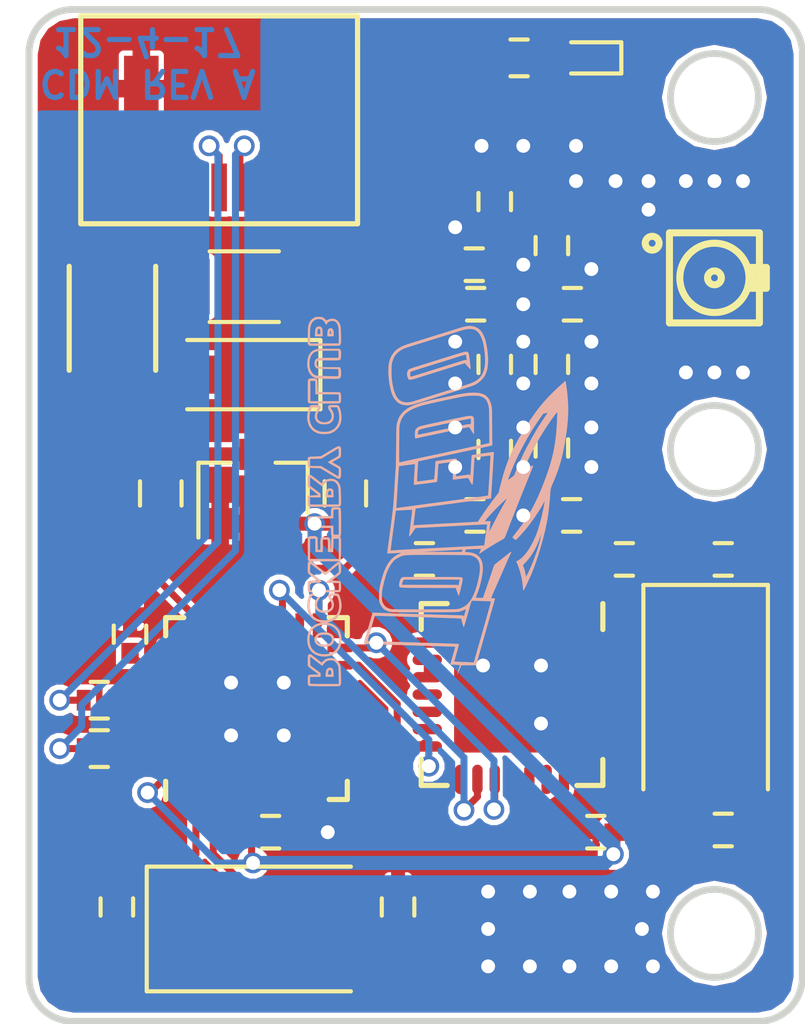
<source format=kicad_pcb>
(kicad_pcb (version 4) (host pcbnew 4.0.5+dfsg1-4)
  (layers (0 F.Cu signal) (31 B.Cu signal) (34 B.Paste user) (35 F.Paste user) (36 B.SilkS user) (37 F.SilkS user) (38 B.Mask user) (39 F.Mask user) (44 Edge.Cuts user))
  (net 0 "")
  (net 1 GND)
  (net 2 "Net-(C7-Pad2)")
  (net 3 MOSI)
  (net 4 MISO)
  (net 5 "Net-(U1-Pad5)")
  (net 6 "Net-(U1-Pad8)")
  (net 7 "Net-(U1-Pad10)")
  (net 8 "Net-(U1-Pad11)")
  (net 9 "Net-(U1-Pad12)")
  (net 10 "Net-(U1-Pad20)")
  (net 11 "Net-(U1-Pad21)")
  (net 12 "Net-(AE1-Pad1)")
  (net 13 "Net-(C2-Pad1)")
  (net 14 ANTP)
  (net 15 "Net-(C9-Pad2)")
  (net 16 ANTN)
  (net 17 +3V3)
  (net 18 "Net-(D2-Pad2)")
  (net 19 "Net-(D4-Pad2)")
  (net 20 +5V)
  (net 21 CS_SD)
  (net 22 SCK)
  (net 23 PWM_S1)
  (net 24 PWM_S2)
  (net 25 PWM_S3)
  (net 26 PWM_S4)
  (net 27 PWM_S5)
  (net 28 E-CONTACT)
  (net 29 "Net-(P9-Pad2)")
  (net 30 E_MATCH)
  (net 31 "Net-(R3-Pad1)")
  (net 32 "Net-(R4-Pad1)")
  (net 33 "Net-(R5-Pad2)")
  (net 34 "Net-(SW1-Pad1)")
  (net 35 RX_AVR)
  (net 36 TX_AVR)
  (net 37 "Net-(U1-Pad13)")
  (net 38 CS_AX5043)
  (net 39 INT_AX5043)
  (net 40 INT_MPU9250)
  (net 41 CS_MPU9250)
  (net 42 "Net-(C1-Pad1)")
  (net 43 "Net-(C5-Pad1)")
  (net 44 "Net-(C6-Pad2)")
  (net 45 "Net-(C11-Pad2)")
  (net 46 "Net-(C12-Pad2)")
  (net 47 "Net-(C18-Pad1)")
  (net 48 "Net-(C19-Pad1)")
  (net 49 "Net-(C20-Pad2)")
  (net 50 "Net-(P9-Pad3)")
  (net 51 "Net-(P9-Pad4)")
  (net 52 "Net-(U5-Pad5)")
  (net 53 "Net-(U5-Pad26)")
  (net 54 8V_FUSE)
  (module "MOD:GND VIA" (layer F.Cu) (at 101.854 106.299 90)
    (fp_text reference "" (at 0 0 90) (layer F.SilkS))
    (fp_text value "" (at 0 0 90) (layer F.SilkS))
    (pad 1 thru_hole circle (at 0 1.27 90) (size 0.6 0.6) (drill 0.4) (layers *.Cu) (net 1 GND))
  )
  (module "MOD:GND VIA" (layer F.Cu) (at 100.584 101.981 90)
    (fp_text reference "" (at 0 0 90) (layer F.SilkS))
    (fp_text value "" (at 0 0 90) (layer F.SilkS))
    (pad 1 thru_hole circle (at 0 1.27 90) (size 0.6 0.6) (drill 0.4) (layers *.Cu) (net 1 GND))
  )
  (module "MOD:GND VIA" (layer F.Cu) (at 99.06 101.981 90)
    (fp_text reference "" (at 0 0 90) (layer F.SilkS))
    (fp_text value "" (at 0 0 90) (layer F.SilkS))
    (pad 1 thru_hole circle (at 0 1.27 90) (size 0.6 0.6) (drill 0.4) (layers *.Cu) (net 1 GND))
  )
  (module "MOD:GND VIA" (layer F.Cu) (at 99.06 103.505 90)
    (fp_text reference "" (at 0 0 90) (layer F.SilkS))
    (fp_text value "" (at 0 0 90) (layer F.SilkS))
    (pad 1 thru_hole circle (at 0 1.27 90) (size 0.6 0.6) (drill 0.4) (layers *.Cu) (net 1 GND))
  )
  (module "MOD:GND VIA" (layer F.Cu) (at 100.584 103.505 90)
    (fp_text reference "" (at 0 0 90) (layer F.SilkS))
    (fp_text value "" (at 0 0 90) (layer F.SilkS))
    (pad 1 thru_hole circle (at 0 1.27 90) (size 0.6 0.6) (drill 0.4) (layers *.Cu) (net 1 GND))
  )
  (module "MOD:GND VIA" (layer F.Cu) (at 110.9345 109.093 90)
    (fp_text reference "" (at 0 0 90) (layer F.SilkS))
    (fp_text value "" (at 0 0 90) (layer F.SilkS))
    (pad 1 thru_hole circle (at 0 1.27 90) (size 0.6 0.6) (drill 0.4) (layers *.Cu) (net 1 GND))
  )
  (module "MOD:GND VIA" (layer F.Cu) (at 111.252 110.1725 90)
    (fp_text reference "" (at 0 0 90) (layer F.SilkS))
    (fp_text value "" (at 0 0 90) (layer F.SilkS))
    (pad 1 thru_hole circle (at 0 1.27 90) (size 0.6 0.6) (drill 0.4) (layers *.Cu) (net 1 GND))
  )
  (module "MOD:GND VIA" (layer F.Cu) (at 110.0455 110.1725 90)
    (fp_text reference "" (at 0 0 90) (layer F.SilkS))
    (fp_text value "" (at 0 0 90) (layer F.SilkS))
    (pad 1 thru_hole circle (at 0 1.27 90) (size 0.6 0.6) (drill 0.4) (layers *.Cu) (net 1 GND))
  )
  (module "MOD:GND VIA" (layer F.Cu) (at 108.839 110.1725 90)
    (fp_text reference "" (at 0 0 90) (layer F.SilkS))
    (fp_text value "" (at 0 0 90) (layer F.SilkS))
    (pad 1 thru_hole circle (at 0 1.27 90) (size 0.6 0.6) (drill 0.4) (layers *.Cu) (net 1 GND))
  )
  (module "MOD:GND VIA" (layer F.Cu) (at 107.696 110.1725 90)
    (fp_text reference "" (at 0 0 90) (layer F.SilkS))
    (fp_text value "" (at 0 0 90) (layer F.SilkS))
    (pad 1 thru_hole circle (at 0 1.27 90) (size 0.6 0.6) (drill 0.4) (layers *.Cu) (net 1 GND))
  )
  (module "MOD:GND VIA" (layer F.Cu) (at 106.4895 110.1725 90)
    (fp_text reference "" (at 0 0 90) (layer F.SilkS))
    (fp_text value "" (at 0 0 90) (layer F.SilkS))
    (pad 1 thru_hole circle (at 0 1.27 90) (size 0.6 0.6) (drill 0.4) (layers *.Cu) (net 1 GND))
  )
  (module "MOD:GND VIA" (layer F.Cu) (at 106.4895 109.093 90)
    (fp_text reference "" (at 0 0 90) (layer F.SilkS))
    (fp_text value "" (at 0 0 90) (layer F.SilkS))
    (pad 1 thru_hole circle (at 0 1.27 90) (size 0.6 0.6) (drill 0.4) (layers *.Cu) (net 1 GND))
  )
  (module "MOD:GND VIA" (layer F.Cu) (at 106.4895 108.0135 90)
    (fp_text reference "" (at 0 0 90) (layer F.SilkS))
    (fp_text value "" (at 0 0 90) (layer F.SilkS))
    (pad 1 thru_hole circle (at 0 1.27 90) (size 0.6 0.6) (drill 0.4) (layers *.Cu) (net 1 GND))
  )
  (module "MOD:GND VIA" (layer F.Cu) (at 107.696 108.0135 90)
    (fp_text reference "" (at 0 0 90) (layer F.SilkS))
    (fp_text value "" (at 0 0 90) (layer F.SilkS))
    (pad 1 thru_hole circle (at 0 1.27 90) (size 0.6 0.6) (drill 0.4) (layers *.Cu) (net 1 GND))
  )
  (module "MOD:GND VIA" (layer F.Cu) (at 108.839 108.0135 90)
    (fp_text reference "" (at 0 0 90) (layer F.SilkS))
    (fp_text value "" (at 0 0 90) (layer F.SilkS))
    (pad 1 thru_hole circle (at 0 1.27 90) (size 0.6 0.6) (drill 0.4) (layers *.Cu) (net 1 GND))
  )
  (module "MOD:GND VIA" (layer F.Cu) (at 110.0455 108.0135 90)
    (fp_text reference "" (at 0 0 90) (layer F.SilkS))
    (fp_text value "" (at 0 0 90) (layer F.SilkS))
    (pad 1 thru_hole circle (at 0 1.27 90) (size 0.6 0.6) (drill 0.4) (layers *.Cu) (net 1 GND))
  )
  (module "MOD:GND VIA" (layer F.Cu) (at 111.252 108.0135 90)
    (fp_text reference "" (at 0 0 90) (layer F.SilkS))
    (fp_text value "" (at 0 0 90) (layer F.SilkS))
    (pad 1 thru_hole circle (at 0 1.27 90) (size 0.6 0.6) (drill 0.4) (layers *.Cu) (net 1 GND))
  )
  (module "MOD:GND VIA" (layer F.Cu) (at 106.299 86.487 90)
    (fp_text reference "" (at 0 0 90) (layer F.SilkS))
    (fp_text value "" (at 0 0 90) (layer F.SilkS))
    (pad 1 thru_hole circle (at 0 1.27 90) (size 0.6 0.6) (drill 0.4) (layers *.Cu) (net 1 GND))
  )
  (module "MOD:GND VIA" (layer F.Cu) (at 105.537 88.8365 90)
    (fp_text reference "" (at 0 0 90) (layer F.SilkS))
    (fp_text value "" (at 0 0 90) (layer F.SilkS))
    (pad 1 thru_hole circle (at 0 1.27 90) (size 0.6 0.6) (drill 0.4) (layers *.Cu) (net 1 GND))
  )
  (module "MOD:GND VIA" (layer F.Cu) (at 105.537 92.1385 90)
    (fp_text reference "" (at 0 0 90) (layer F.SilkS))
    (fp_text value "" (at 0 0 90) (layer F.SilkS))
    (pad 1 thru_hole circle (at 0 1.27 90) (size 0.6 0.6) (drill 0.4) (layers *.Cu) (net 1 GND))
  )
  (module "MOD:GND VIA" (layer F.Cu) (at 105.537 93.345 90)
    (fp_text reference "" (at 0 0 90) (layer F.SilkS))
    (fp_text value "" (at 0 0 90) (layer F.SilkS))
    (pad 1 thru_hole circle (at 0 1.27 90) (size 0.6 0.6) (drill 0.4) (layers *.Cu) (net 1 GND))
  )
  (module "MOD:GND VIA" (layer F.Cu) (at 105.537 94.615 90)
    (fp_text reference "" (at 0 0 90) (layer F.SilkS))
    (fp_text value "" (at 0 0 90) (layer F.SilkS))
    (pad 1 thru_hole circle (at 0 1.27 90) (size 0.6 0.6) (drill 0.4) (layers *.Cu) (net 1 GND))
  )
  (module "MOD:GND VIA" (layer F.Cu) (at 105.537 95.758 90)
    (fp_text reference "" (at 0 0 90) (layer F.SilkS))
    (fp_text value "" (at 0 0 90) (layer F.SilkS))
    (pad 1 thru_hole circle (at 0 1.27 90) (size 0.6 0.6) (drill 0.4) (layers *.Cu) (net 1 GND))
  )
  (module "MOD:GND VIA" (layer F.Cu) (at 109.474 95.758 90)
    (fp_text reference "" (at 0 0 90) (layer F.SilkS))
    (fp_text value "" (at 0 0 90) (layer F.SilkS))
    (pad 1 thru_hole circle (at 0 1.27 90) (size 0.6 0.6) (drill 0.4) (layers *.Cu) (net 1 GND))
  )
  (module "MOD:GND VIA" (layer F.Cu) (at 109.474 94.615 90)
    (fp_text reference "" (at 0 0 90) (layer F.SilkS))
    (fp_text value "" (at 0 0 90) (layer F.SilkS))
    (pad 1 thru_hole circle (at 0 1.27 90) (size 0.6 0.6) (drill 0.4) (layers *.Cu) (net 1 GND))
  )
  (module "MOD:GND VIA" (layer F.Cu) (at 109.474 93.345 90)
    (fp_text reference "" (at 0 0 90) (layer F.SilkS))
    (fp_text value "" (at 0 0 90) (layer F.SilkS))
    (pad 1 thru_hole circle (at 0 1.27 90) (size 0.6 0.6) (drill 0.4) (layers *.Cu) (net 1 GND))
  )
  (module "MOD:GND VIA" (layer F.Cu) (at 109.474 92.1385 90)
    (fp_text reference "" (at 0 0 90) (layer F.SilkS))
    (fp_text value "" (at 0 0 90) (layer F.SilkS))
    (pad 1 thru_hole circle (at 0 1.27 90) (size 0.6 0.6) (drill 0.4) (layers *.Cu) (net 1 GND))
  )
  (module "MOD:GND VIA" (layer F.Cu) (at 109.474 90.043 90)
    (fp_text reference "" (at 0 0 90) (layer F.SilkS))
    (fp_text value "" (at 0 0 90) (layer F.SilkS))
    (pad 1 thru_hole circle (at 0 1.27 90) (size 0.6 0.6) (drill 0.4) (layers *.Cu) (net 1 GND))
  )
  (module "MOD:GND VIA" (layer F.Cu) (at 112.2045 93.0275 90)
    (fp_text reference "" (at 0 0 90) (layer F.SilkS))
    (fp_text value "" (at 0 0 90) (layer F.SilkS))
    (pad 1 thru_hole circle (at 0 1.27 90) (size 0.6 0.6) (drill 0.4) (layers *.Cu) (net 1 GND))
  )
  (module "MOD:GND VIA" (layer F.Cu) (at 113.8555 93.0275 90)
    (fp_text reference "" (at 0 0 90) (layer F.SilkS))
    (fp_text value "" (at 0 0 90) (layer F.SilkS))
    (pad 1 thru_hole circle (at 0 1.27 90) (size 0.6 0.6) (drill 0.4) (layers *.Cu) (net 1 GND))
  )
  (module "MOD:GND VIA" (layer F.Cu) (at 113.03 93.0275 90)
    (fp_text reference "" (at 0 0 90) (layer F.SilkS))
    (fp_text value "" (at 0 0 90) (layer F.SilkS))
    (pad 1 thru_hole circle (at 0 1.27 90) (size 0.6 0.6) (drill 0.4) (layers *.Cu) (net 1 GND))
  )
  (module "MOD:GND VIA" (layer F.Cu) (at 113.8555 87.503 90)
    (fp_text reference "" (at 0 0 90) (layer F.SilkS))
    (fp_text value "" (at 0 0 90) (layer F.SilkS))
    (pad 1 thru_hole circle (at 0 1.27 90) (size 0.6 0.6) (drill 0.4) (layers *.Cu) (net 1 GND))
  )
  (module "MOD:GND VIA" (layer F.Cu) (at 113.03 87.503 90)
    (fp_text reference "" (at 0 0 90) (layer F.SilkS))
    (fp_text value "" (at 0 0 90) (layer F.SilkS))
    (pad 1 thru_hole circle (at 0 1.27 90) (size 0.6 0.6) (drill 0.4) (layers *.Cu) (net 1 GND))
  )
  (module "MOD:GND VIA" (layer F.Cu) (at 112.2045 87.503 90)
    (fp_text reference "" (at 0 0 90) (layer F.SilkS))
    (fp_text value "" (at 0 0 90) (layer F.SilkS))
    (pad 1 thru_hole circle (at 0 1.27 90) (size 0.6 0.6) (drill 0.4) (layers *.Cu) (net 1 GND))
  )
  (module "MOD:GND VIA" (layer F.Cu) (at 111.125 87.503 90)
    (fp_text reference "" (at 0 0 90) (layer F.SilkS))
    (fp_text value "" (at 0 0 90) (layer F.SilkS))
    (pad 1 thru_hole circle (at 0 1.27 90) (size 0.6 0.6) (drill 0.4) (layers *.Cu) (net 1 GND))
  )
  (module "MOD:GND VIA" (layer F.Cu) (at 111.125 88.3285 90)
    (fp_text reference "" (at 0 0 90) (layer F.SilkS))
    (fp_text value "" (at 0 0 90) (layer F.SilkS))
    (pad 1 thru_hole circle (at 0 1.27 90) (size 0.6 0.6) (drill 0.4) (layers *.Cu) (net 1 GND))
  )
  (module "MOD:GND VIA" (layer F.Cu) (at 110.1725 87.503 90)
    (fp_text reference "" (at 0 0 90) (layer F.SilkS))
    (fp_text value "" (at 0 0 90) (layer F.SilkS))
    (pad 1 thru_hole circle (at 0 1.27 90) (size 0.6 0.6) (drill 0.4) (layers *.Cu) (net 1 GND))
  )
  (module "MOD:GND VIA" (layer F.Cu) (at 109.0295 87.503 90)
    (fp_text reference "" (at 0 0 90) (layer F.SilkS))
    (fp_text value "" (at 0 0 90) (layer F.SilkS))
    (pad 1 thru_hole circle (at 0 1.27 90) (size 0.6 0.6) (drill 0.4) (layers *.Cu) (net 1 GND))
  )
  (module "MOD:GND VIA" (layer F.Cu) (at 109.0295 86.487 90)
    (fp_text reference "" (at 0 0 90) (layer F.SilkS))
    (fp_text value "" (at 0 0 90) (layer F.SilkS))
    (pad 1 thru_hole circle (at 0 1.27 90) (size 0.6 0.6) (drill 0.4) (layers *.Cu) (net 1 GND))
  )
  (module "MOD:GND VIA" (layer F.Cu) (at 107.5055 86.487 90)
    (fp_text reference "" (at 0 0 90) (layer F.SilkS))
    (fp_text value "" (at 0 0 90) (layer F.SilkS))
    (pad 1 thru_hole circle (at 0 1.27 90) (size 0.6 0.6) (drill 0.4) (layers *.Cu) (net 1 GND))
  )
  (module "MOD:GND VIA" (layer F.Cu) (at 107.5055 89.916 90)
    (fp_text reference "" (at 0 0 90) (layer F.SilkS))
    (fp_text value "" (at 0 0 90) (layer F.SilkS))
    (pad 1 thru_hole circle (at 0 1.27 90) (size 0.55 0.55) (drill 0.4) (layers *.Cu) (net 1 GND))
  )
  (module "MOD:GND VIA" (layer F.Cu) (at 107.5055 91.059 90)
    (fp_text reference "" (at 0 0 90) (layer F.SilkS))
    (fp_text value "" (at 0 0 90) (layer F.SilkS))
    (pad 1 thru_hole circle (at 0 1.27 90) (size 0.55 0.55) (drill 0.4) (layers *.Cu) (net 1 GND))
  )
  (module "MOD:GND VIA" (layer F.Cu) (at 107.5055 92.1385 90)
    (fp_text reference "" (at 0 0 90) (layer F.SilkS))
    (fp_text value "" (at 0 0 90) (layer F.SilkS))
    (pad 1 thru_hole circle (at 0 1.27 90) (size 0.55 0.55) (drill 0.4) (layers *.Cu) (net 1 GND))
  )
  (module "MOD:GND VIA" (layer F.Cu) (at 107.5055 93.345 90)
    (fp_text reference "" (at 0 0 90) (layer F.SilkS))
    (fp_text value "" (at 0 0 90) (layer F.SilkS))
    (pad 1 thru_hole circle (at 0 1.27 90) (size 0.55 0.55) (drill 0.4) (layers *.Cu) (net 1 GND))
  )
  (module "MOD:GND VIA" (layer F.Cu) (at 107.5055 94.615 90)
    (fp_text reference "" (at 0 0 90) (layer F.SilkS))
    (fp_text value "" (at 0 0 90) (layer F.SilkS))
    (pad 1 thru_hole circle (at 0 1.27 90) (size 0.55 0.55) (drill 0.4) (layers *.Cu) (net 1 GND))
  )
  (module "MOD:GND VIA" (layer F.Cu) (at 107.5055 95.758 90)
    (fp_text reference "" (at 0 0 90) (layer F.SilkS))
    (fp_text value "" (at 0 0 90) (layer F.SilkS))
    (pad 1 thru_hole circle (at 0 1.27 90) (size 0.55 0.55) (drill 0.4) (layers *.Cu) (net 1 GND))
  )
  (module "MOD:GND VIA" (layer F.Cu) (at 107.5055 97.155 90)
    (fp_text reference "" (at 0 0 90) (layer F.SilkS))
    (fp_text value "" (at 0 0 90) (layer F.SilkS))
    (pad 1 thru_hole circle (at 0 1.27 90) (size 0.55 0.55) (drill 0.4) (layers *.Cu) (net 1 GND))
  )
  (module Capacitors_SMD:C_0402 (layer F.Cu) (at 111.6965 98.425)
    (fp_text reference C1 hide)
    (fp_text value 1uF)
    (pad 1 smd rect (at -0.55 0) (size 0.6 0.5) (layers F.Cu F.Paste F.Mask) (net 42 "Net-(C1-Pad1)"))
    (pad 2 smd rect (at 0.55 0) (size 0.6 0.5) (layers F.Cu F.Paste F.Mask) (net 1 GND))
  )
  (module Capacitors_SMD:C_0402 (layer F.Cu) (at 105.918 98.425 180)
    (fp_text reference C2 hide)
    (fp_text value 1uF)
    (pad 1 smd rect (at -0.55 0 180) (size 0.6 0.5) (layers F.Cu F.Paste F.Mask) (net 13 "Net-(C2-Pad1)"))
    (pad 2 smd rect (at 0.55 0 180) (size 0.6 0.5) (layers F.Cu F.Paste F.Mask) (net 1 GND))
  )
  (module Capacitors_SMD:C_0402 (layer F.Cu) (at 107.95 88.096 90)
    (fp_text reference C5 hide)
    (fp_text value 5.1pF)
    (pad 1 smd rect (at -0.55 0 90) (size 0.6 0.5) (layers F.Cu F.Paste F.Mask) (net 43 "Net-(C5-Pad1)"))
    (pad 2 smd rect (at 0.55 0 90) (size 0.6 0.5) (layers F.Cu F.Paste F.Mask) (net 12 "Net-(AE1-Pad1)"))
  )
  (module Capacitors_SMD:C_0402 (layer F.Cu) (at 114.554 98.425 180)
    (fp_text reference C6 hide)
    (fp_text value 33pF)
    (pad 1 smd rect (at -0.55 0 180) (size 0.6 0.5) (layers F.Cu F.Paste F.Mask) (net 1 GND))
    (pad 2 smd rect (at 0.55 0 180) (size 0.6 0.5) (layers F.Cu F.Paste F.Mask) (net 44 "Net-(C6-Pad2)"))
  )
  (module Capacitors_SMD:C_0402 (layer F.Cu) (at 110.194 91.059 180)
    (fp_text reference C7 hide)
    (fp_text value 11pF)
    (pad 1 smd rect (at -0.55 0 180) (size 0.6 0.5) (layers F.Cu F.Paste F.Mask) (net 1 GND))
    (pad 2 smd rect (at 0.55 0 180) (size 0.6 0.5) (layers F.Cu F.Paste F.Mask) (net 2 "Net-(C7-Pad2)"))
  )
  (module Capacitors_SMD:C_0402 (layer F.Cu) (at 107.4 91.059)
    (fp_text reference C8 hide)
    (fp_text value 5.6pF)
    (pad 1 smd rect (at -0.55 0) (size 0.6 0.5) (layers F.Cu F.Paste F.Mask) (net 1 GND))
    (pad 2 smd rect (at 0.55 0) (size 0.6 0.5) (layers F.Cu F.Paste F.Mask) (net 43 "Net-(C5-Pad1)"))
  )
  (module Capacitors_SMD:C_0402 (layer F.Cu) (at 114.554 106.2355 180)
    (fp_text reference C9 hide)
    (fp_text value 33pF)
    (pad 1 smd rect (at -0.55 0 180) (size 0.6 0.5) (layers F.Cu F.Paste F.Mask) (net 1 GND))
    (pad 2 smd rect (at 0.55 0 180) (size 0.6 0.5) (layers F.Cu F.Paste F.Mask) (net 15 "Net-(C9-Pad2)"))
  )
  (module Capacitors_SMD:C_0402 (layer F.Cu) (at 109.601 95.208 90)
    (fp_text reference C11 hide)
    (fp_text value 4.3pF)
    (pad 1 smd rect (at -0.55 0 90) (size 0.6 0.5) (layers F.Cu F.Paste F.Mask) (net 14 ANTP))
    (pad 2 smd rect (at 0.55 0 90) (size 0.6 0.5) (layers F.Cu F.Paste F.Mask) (net 45 "Net-(C11-Pad2)"))
  )
  (module Capacitors_SMD:C_0402 (layer F.Cu) (at 107.95 95.25 90)
    (fp_text reference C12 hide)
    (fp_text value 4.3pF)
    (pad 1 smd rect (at -0.55 0 90) (size 0.6 0.5) (layers F.Cu F.Paste F.Mask) (net 16 ANTN))
    (pad 2 smd rect (at 0.55 0 90) (size 0.6 0.5) (layers F.Cu F.Paste F.Mask) (net 46 "Net-(C12-Pad2)"))
  )
  (module Capacitors_SMD:C_0402 (layer F.Cu) (at 110.871 106.299 180)
    (fp_text reference C13 hide)
    (fp_text value 1uF)
    (pad 1 smd rect (at -0.55 0 180) (size 0.6 0.5) (layers F.Cu F.Paste F.Mask) (net 17 +3V3))
    (pad 2 smd rect (at 0.55 0 180) (size 0.6 0.5) (layers F.Cu F.Paste F.Mask) (net 1 GND))
  )
  (module LEDs:LED_0402 (layer F.Cu) (at 110.659 83.947 180)
    (fp_text reference D4 hide)
    (fp_text value LED)
    (pad 2 smd rect (at 0.55 0) (size 0.6 0.7) (layers F.Cu F.Paste F.Mask) (net 19 "Net-(D4-Pad2)"))
    (pad 1 smd rect (at -0.55 0) (size 0.6 0.7) (layers F.Cu F.Paste F.Mask) (net 1 GND))
  )
  (module Capacitors_SMD:C_0402 (layer F.Cu) (at 109.601001 89.366 90)
    (fp_text reference L2 hide)
    (fp_text value 27nH)
    (pad 1 smd rect (at -0.55 0 90) (size 0.6 0.5) (layers F.Cu F.Paste F.Mask) (net 2 "Net-(C7-Pad2)"))
    (pad 2 smd rect (at 0.55 0 90) (size 0.6 0.5) (layers F.Cu F.Paste F.Mask) (net 12 "Net-(AE1-Pad1)"))
  )
  (module Capacitors_SMD:C_0402 (layer F.Cu) (at 107.357 89.916)
    (fp_text reference L3 hide)
    (fp_text value 27nH)
    (pad 1 smd rect (at -0.55 0) (size 0.6 0.5) (layers F.Cu F.Paste F.Mask) (net 1 GND))
    (pad 2 smd rect (at 0.55 0) (size 0.6 0.5) (layers F.Cu F.Paste F.Mask) (net 43 "Net-(C5-Pad1)"))
  )
  (module Capacitors_SMD:C_0402 (layer F.Cu) (at 109.601 92.795 90)
    (fp_text reference L4 hide)
    (fp_text value 43nH)
    (pad 1 smd rect (at -0.55 0 90) (size 0.6 0.5) (layers F.Cu F.Paste F.Mask) (net 45 "Net-(C11-Pad2)"))
    (pad 2 smd rect (at 0.55 0 90) (size 0.6 0.5) (layers F.Cu F.Paste F.Mask) (net 2 "Net-(C7-Pad2)"))
  )
  (module Capacitors_SMD:C_0402 (layer F.Cu) (at 107.95 92.795 90)
    (fp_text reference L5 hide)
    (fp_text value 43nH)
    (pad 1 smd rect (at -0.55 0 90) (size 0.6 0.5) (layers F.Cu F.Paste F.Mask) (net 46 "Net-(C12-Pad2)"))
    (pad 2 smd rect (at 0.55 0 90) (size 0.6 0.5) (layers F.Cu F.Paste F.Mask) (net 43 "Net-(C5-Pad1)"))
  )
  (module Capacitors_SMD:C_0402 (layer F.Cu) (at 110.1725 97.155 180)
    (fp_text reference L6 hide)
    (fp_text value 100nH)
    (pad 1 smd rect (at -0.55 0 180) (size 0.6 0.5) (layers F.Cu F.Paste F.Mask) (net 1 GND))
    (pad 2 smd rect (at 0.55 0 180) (size 0.6 0.5) (layers F.Cu F.Paste F.Mask) (net 14 ANTP))
  )
  (module Capacitors_SMD:C_0402 (layer F.Cu) (at 107.3785 97.155)
    (fp_text reference L7 hide)
    (fp_text value 100nH)
    (pad 1 smd rect (at -0.55 0) (size 0.6 0.5) (layers F.Cu F.Paste F.Mask) (net 1 GND))
    (pad 2 smd rect (at 0.55 0) (size 0.6 0.5) (layers F.Cu F.Paste F.Mask) (net 16 ANTN))
  )
  (module Resistors_SMD:R_0402 (layer F.Cu) (at 108.654 83.947 180)
    (fp_text reference R5 hide)
    (fp_text value 330)
    (pad 1 smd rect (at -0.45 0 180) (size 0.4 0.6) (layers F.Cu F.Paste F.Mask) (net 19 "Net-(D4-Pad2)"))
    (pad 2 smd rect (at 0.45 0 180) (size 0.4 0.6) (layers F.Cu F.Paste F.Mask) (net 33 "Net-(R5-Pad2)"))
  )
  (module "MOD:KXT 131 LHS" (layer F.Cu) (at 93.901 90.964 90)
    (fp_text reference SW1 hide)
    (fp_text value Push_SW)
    (pad 1 smd rect (at -2 3 90) (size 0.6 1.5) (layers F.Cu F.Paste F.Mask) (net 34 "Net-(SW1-Pad1)"))
    (pad 2 smd rect (at 1 3 90) (size 0.6 1.5) (layers F.Cu F.Paste F.Mask) (net 1 GND))
  )
  (module Housings_DFN_QFN:QFN-28-1EP_5x5mm_Pitch0.5mm (layer F.Cu) (at 108.45 102.325 270)
    (fp_text reference U1 hide)
    (fp_text value AX5043)
    (pad 1 smd oval (at -2.45 -1.5 270) (size 0.85 0.3) (layers F.Cu F.Paste F.Mask) (net 42 "Net-(C1-Pad1)"))
    (pad 2 smd oval (at -2.45 -1 270) (size 0.85 0.3) (layers F.Cu F.Paste F.Mask) (net 1 GND))
    (pad 3 smd oval (at -2.45 -0.5 270) (size 0.85 0.3) (layers F.Cu F.Paste F.Mask) (net 14 ANTP))
    (pad 4 smd oval (at -2.45 0 270) (size 0.85 0.3) (layers F.Cu F.Paste F.Mask) (net 16 ANTN))
    (pad 5 smd oval (at -2.45 0.5 270) (size 0.85 0.3) (layers F.Cu F.Paste F.Mask) (net 5 "Net-(U1-Pad5)"))
    (pad 6 smd oval (at -2.45 1 270) (size 0.85 0.3) (layers F.Cu F.Paste F.Mask) (net 1 GND))
    (pad 7 smd oval (at -2.45 1.5 270) (size 0.85 0.3) (layers F.Cu F.Paste F.Mask) (net 13 "Net-(C2-Pad1)"))
    (pad 8 smd oval (at -1.5 2.45) (size 0.85 0.3) (layers F.Cu F.Paste F.Mask) (net 6 "Net-(U1-Pad8)"))
    (pad 9 smd oval (at -1 2.45) (size 0.85 0.3) (layers F.Cu F.Paste F.Mask) (net 7 "Net-(U1-Pad10)"))
    (pad 10 smd oval (at -0.5 2.45) (size 0.85 0.3) (layers F.Cu F.Paste F.Mask) (net 7 "Net-(U1-Pad10)"))
    (pad 11 smd oval (at 0 2.45) (size 0.85 0.3) (layers F.Cu F.Paste F.Mask) (net 8 "Net-(U1-Pad11)"))
    (pad 12 smd oval (at 0.5 2.45) (size 0.85 0.3) (layers F.Cu F.Paste F.Mask) (net 9 "Net-(U1-Pad12)"))
    (pad 13 smd oval (at 1 2.45) (size 0.85 0.3) (layers F.Cu F.Paste F.Mask) (net 37 "Net-(U1-Pad13)"))
    (pad 14 smd oval (at 1.5 2.45) (size 0.85 0.3) (layers F.Cu F.Paste F.Mask) (net 38 CS_AX5043))
    (pad 15 smd oval (at 2.45 1.5 270) (size 0.85 0.3) (layers F.Cu F.Paste F.Mask) (net 22 SCK))
    (pad 16 smd oval (at 2.45 1 270) (size 0.85 0.3) (layers F.Cu F.Paste F.Mask) (net 4 MISO))
    (pad 17 smd oval (at 2.45 0.5 270) (size 0.85 0.3) (layers F.Cu F.Paste F.Mask) (net 3 MOSI))
    (pad 18 smd oval (at 2.45 0 270) (size 0.85 0.3) (layers F.Cu F.Paste F.Mask))
    (pad 19 smd oval (at 2.45 -0.5 270) (size 0.85 0.3) (layers F.Cu F.Paste F.Mask) (net 39 INT_AX5043))
    (pad 20 smd oval (at 2.45 -1 270) (size 0.85 0.3) (layers F.Cu F.Paste F.Mask) (net 10 "Net-(U1-Pad20)"))
    (pad 21 smd oval (at 2.45 -1.5 270) (size 0.85 0.3) (layers F.Cu F.Paste F.Mask) (net 11 "Net-(U1-Pad21)"))
    (pad 22 smd oval (at 1.5 -2.45) (size 0.85 0.3) (layers F.Cu F.Paste F.Mask))
    (pad 23 smd oval (at 1 -2.45) (size 0.85 0.3) (layers F.Cu F.Paste F.Mask) (net 17 +3V3))
    (pad 24 smd oval (at 0.5 -2.45) (size 0.85 0.3) (layers F.Cu F.Paste F.Mask))
    (pad 25 smd oval (at 0 -2.45) (size 0.85 0.3) (layers F.Cu F.Paste F.Mask) (net 1 GND))
    (pad 26 smd oval (at -0.5 -2.45) (size 0.85 0.3) (layers F.Cu F.Paste F.Mask) (net 1 GND))
    (pad 27 smd oval (at -1 -2.45) (size 0.85 0.3) (layers F.Cu F.Paste F.Mask) (net 15 "Net-(C9-Pad2)"))
    (pad 28 smd oval (at -1.5 -2.45) (size 0.85 0.3) (layers F.Cu F.Paste F.Mask) (net 44 "Net-(C6-Pad2)"))
    (pad 25 smd rect (at 0.8375 0.8375 270) (size 1.675 1.675) (layers F.Cu F.Paste F.Mask) (net 1 GND))
    (pad 25 smd rect (at 0.8375 -0.8375 270) (size 1.675 1.675) (layers F.Cu F.Paste F.Mask) (net 1 GND))
    (pad 25 smd rect (at -0.8375 0.8375 270) (size 1.675 1.675) (layers F.Cu F.Paste F.Mask) (net 1 GND))
    (pad 25 smd rect (at -0.8375 -0.8375 270) (size 1.675 1.675) (layers F.Cu F.Paste F.Mask) (net 1 GND))
  )
  (module Crystals:Crystal_SMD_Abracon_ABM3-2pin_5.0x3.2mm (layer F.Cu) (at 114.046 102.362 270)
    (fp_text reference Y1 hide)
    (fp_text value 16MHz)
    (pad 1 smd rect (at -2.05 0 270) (size 1.9 2.4) (layers F.Cu F.Paste F.Mask) (net 44 "Net-(C6-Pad2)"))
    (pad 2 smd rect (at 2.05 0 270) (size 1.9 2.4) (layers F.Cu F.Paste F.Mask) (net 15 "Net-(C9-Pad2)"))
  )
  (module MOD:U.FL-COAX (layer F.Cu) (at 114.3 90.297)
    (fp_text reference AE1 hide)
    (fp_text value U.FL hide)
    (pad 1 smd rect (at -1.5 0) (size 1 1) (layers F.Cu F.Paste F.Mask) (net 12 "Net-(AE1-Pad1)"))
    (pad 2 smd rect (at 0 -1.5) (size 2.2 1) (layers F.Cu F.Paste F.Mask) (net 1 GND))
    (pad 2 smd rect (at 0 1.5) (size 2.2 1) (layers F.Cu F.Paste F.Mask) (net 1 GND))
  )
  (module Capacitors_SMD:C_0603 (layer F.Cu) (at 98.298 96.52 270)
    (fp_text reference C14 hide)
    (fp_text value 10uF)
    (pad 2 smd rect (at 0.75 0 270) (size 0.8 0.75) (layers F.Cu F.Paste F.Mask) (net 1 GND))
    (pad 1 smd rect (at -0.75 0 270) (size 0.8 0.75) (layers F.Cu F.Paste F.Mask) (net 54 8V_FUSE))
  )
  (module Capacitors_SMD:C_0603 (layer F.Cu) (at 103.632 96.52 90)
    (fp_text reference C15 hide)
    (fp_text value 10uF)
    (pad 2 smd rect (at 0.75 0 90) (size 0.8 0.75) (layers F.Cu F.Paste F.Mask) (net 1 GND))
    (pad 1 smd rect (at -0.75 0 90) (size 0.8 0.75) (layers F.Cu F.Paste F.Mask) (net 17 +3V3))
  )
  (module Capacitors_SMD:C_0402 (layer F.Cu) (at 97.028 108.458 90)
    (fp_text reference C18 hide)
    (fp_text value 18pF)
    (pad 1 smd rect (at -0.55 0 90) (size 0.6 0.5) (layers F.Cu F.Paste F.Mask) (net 47 "Net-(C18-Pad1)"))
    (pad 2 smd rect (at 0.55 0 90) (size 0.6 0.5) (layers F.Cu F.Paste F.Mask) (net 1 GND))
  )
  (module Capacitors_SMD:C_0402 (layer F.Cu) (at 105.156 108.458 90)
    (fp_text reference C19 hide)
    (fp_text value C)
    (pad 1 smd rect (at -0.55 0 90) (size 0.6 0.5) (layers F.Cu F.Paste F.Mask) (net 48 "Net-(C19-Pad1)"))
    (pad 2 smd rect (at 0.55 0 90) (size 0.6 0.5) (layers F.Cu F.Paste F.Mask) (net 1 GND))
  )
  (module Capacitors_SMD:C_0402 (layer F.Cu) (at 97.409 100.584 270)
    (fp_text reference C20 hide)
    (fp_text value C)
    (pad 1 smd rect (at -0.55 0 270) (size 0.6 0.5) (layers F.Cu F.Paste F.Mask) (net 1 GND))
    (pad 2 smd rect (at 0.55 0 270) (size 0.6 0.5) (layers F.Cu F.Paste F.Mask) (net 49 "Net-(C20-Pad2)"))
  )
  (module Capacitors_SMD:C_0402 (layer F.Cu) (at 101.473 106.299 180)
    (fp_text reference C21 hide)
    (fp_text value 1uF)
    (pad 1 smd rect (at -0.55 0 180) (size 0.6 0.5) (layers F.Cu F.Paste F.Mask) (net 1 GND))
    (pad 2 smd rect (at 0.55 0 180) (size 0.6 0.5) (layers F.Cu F.Paste F.Mask) (net 17 +3V3))
  )
  (module Diodes_SMD:D_SOD-123F (layer F.Cu) (at 100.711 93.091 180)
    (fp_text reference D2 hide)
    (fp_text value D_Schottky)
    (pad 1 smd rect (at -1.4 0 180) (size 1.1 1.1) (layers F.Cu F.Paste F.Mask) (net 54 8V_FUSE))
    (pad 2 smd rect (at 1.4 0 180) (size 1.1 1.1) (layers F.Cu F.Paste F.Mask) (net 18 "Net-(D2-Pad2)"))
  )
  (module Capacitors_SMD:C_1206 (layer F.Cu) (at 100.711 90.551 180)
    (fp_text reference F2 hide)
    (fp_text value 500mA)
    (pad 1 smd rect (at -1.5 0 180) (size 1 1.6) (layers F.Cu F.Paste F.Mask) (net 20 +5V))
    (pad 2 smd rect (at 1.5 0 180) (size 1 1.6) (layers F.Cu F.Paste F.Mask) (net 18 "Net-(D2-Pad2)"))
  )
  (module MOD:0473461001_GLUE (layer F.Cu) (at 99.635 82.526)
    (fp_text reference P9 hide)
    (fp_text value USB_OTG)
    (pad 5 smd rect (at -1.9 2.31) (size 1 1.9) (layers F.Cu F.Paste F.Mask) (net 1 GND))
    (pad 5 smd rect (at 2.6 2.31) (size 1 1.9) (layers F.Cu F.Paste F.Mask) (net 1 GND))
    (pad 5 smd rect (at -2.15 4.81) (size 1.5 2.1) (layers F.Cu F.Paste F.Mask) (net 1 GND))
    (pad 5 smd rect (at 2.85 4.81) (size 1.5 2.1) (layers F.Cu F.Paste F.Mask) (net 1 GND))
    (pad 3 smd rect (at 0.35 5.16) (size 0.45 1.38) (layers F.Cu F.Paste F.Mask) (net 50 "Net-(P9-Pad3)"))
    (pad 4 smd rect (at -0.25 5.16) (size 0.45 1.38) (layers F.Cu F.Paste F.Mask) (net 51 "Net-(P9-Pad4)"))
    (pad 5 smd rect (at -0.85 5.16) (size 0.45 1.38) (layers F.Cu F.Paste F.Mask) (net 1 GND))
    (pad 2 smd rect (at 0.95 5.16) (size 0.45 1.38) (layers F.Cu F.Paste F.Mask) (net 29 "Net-(P9-Pad2)"))
    (pad 1 smd rect (at 1.55 5.16) (size 0.45 1.38) (layers F.Cu F.Paste F.Mask) (net 20 +5V))
  )
  (module Resistors_SMD:R_0402 (layer F.Cu) (at 96.52 102.489 180)
    (fp_text reference R3 hide)
    (fp_text value 22)
    (pad 1 smd rect (at -0.45 0 180) (size 0.4 0.6) (layers F.Cu F.Paste F.Mask) (net 31 "Net-(R3-Pad1)"))
    (pad 2 smd rect (at 0.45 0 180) (size 0.4 0.6) (layers F.Cu F.Paste F.Mask) (net 50 "Net-(P9-Pad3)"))
  )
  (module Resistors_SMD:R_0402 (layer F.Cu) (at 96.52 103.886 180)
    (fp_text reference R4 hide)
    (fp_text value 22)
    (pad 1 smd rect (at -0.45 0 180) (size 0.4 0.6) (layers F.Cu F.Paste F.Mask) (net 32 "Net-(R4-Pad1)"))
    (pad 2 smd rect (at 0.45 0 180) (size 0.4 0.6) (layers F.Cu F.Paste F.Mask) (net 29 "Net-(P9-Pad2)"))
  )
  (module TO_SOT_Packages_SMD:SOT-23 (layer F.Cu) (at 100.965 96.393 90)
    (fp_text reference U2 hide)
    (fp_text value AP1117)
    (pad 1 smd rect (at -1 -0.95 90) (size 0.9 0.8) (layers F.Cu F.Paste F.Mask) (net 1 GND))
    (pad 2 smd rect (at -1 0.95 90) (size 0.9 0.8) (layers F.Cu F.Paste F.Mask) (net 17 +3V3))
    (pad 3 smd rect (at 1 0 90) (size 0.9 0.8) (layers F.Cu F.Paste F.Mask) (net 54 8V_FUSE))
  )
  (module Housings_DFN_QFN:QFN-32-1EP_5x5mm_Pitch0.5mm (layer F.Cu) (at 101.064 102.73 90)
    (fp_text reference U5 hide)
    (fp_text value ATMEGA32U2)
    (pad 1 smd rect (at -2.4 -1.75 90) (size 0.7 0.25) (layers F.Cu F.Paste F.Mask) (net 47 "Net-(C18-Pad1)"))
    (pad 2 smd rect (at -2.4 -1.25 90) (size 0.7 0.25) (layers F.Cu F.Paste F.Mask) (net 48 "Net-(C19-Pad1)"))
    (pad 3 smd rect (at -2.4 -0.75 90) (size 0.7 0.25) (layers F.Cu F.Paste F.Mask) (net 1 GND))
    (pad 4 smd rect (at -2.4 -0.25 90) (size 0.7 0.25) (layers F.Cu F.Paste F.Mask) (net 17 +3V3))
    (pad 5 smd rect (at -2.4 0.25 90) (size 0.7 0.25) (layers F.Cu F.Paste F.Mask) (net 52 "Net-(U5-Pad5)"))
    (pad 6 smd rect (at -2.4 0.75 90) (size 0.7 0.25) (layers F.Cu F.Paste F.Mask) (net 25 PWM_S3))
    (pad 7 smd rect (at -2.4 1.25 90) (size 0.7 0.25) (layers F.Cu F.Paste F.Mask) (net 40 INT_MPU9250))
    (pad 8 smd rect (at -2.4 1.75 90) (size 0.7 0.25) (layers F.Cu F.Paste F.Mask) (net 35 RX_AVR))
    (pad 9 smd rect (at -1.75 2.4 180) (size 0.7 0.25) (layers F.Cu F.Paste F.Mask) (net 36 TX_AVR))
    (pad 10 smd rect (at -1.25 2.4 180) (size 0.7 0.25) (layers F.Cu F.Paste F.Mask) (net 39 INT_AX5043))
    (pad 11 smd rect (at -0.75 2.4 180) (size 0.7 0.25) (layers F.Cu F.Paste F.Mask) (net 28 E-CONTACT))
    (pad 12 smd rect (at -0.25 2.4 180) (size 0.7 0.25) (layers F.Cu F.Paste F.Mask) (net 30 E_MATCH))
    (pad 13 smd rect (at 0.25 2.4 180) (size 0.7 0.25) (layers F.Cu F.Paste F.Mask) (net 1 GND))
    (pad 14 smd rect (at 0.75 2.4 180) (size 0.7 0.25) (layers F.Cu F.Paste F.Mask) (net 21 CS_SD))
    (pad 15 smd rect (at 1.25 2.4 180) (size 0.7 0.25) (layers F.Cu F.Paste F.Mask) (net 22 SCK))
    (pad 16 smd rect (at 1.75 2.4 180) (size 0.7 0.25) (layers F.Cu F.Paste F.Mask) (net 3 MOSI))
    (pad 17 smd rect (at 2.4 1.75 90) (size 0.7 0.25) (layers F.Cu F.Paste F.Mask) (net 4 MISO))
    (pad 18 smd rect (at 2.4 1.25 90) (size 0.7 0.25) (layers F.Cu F.Paste F.Mask) (net 41 CS_MPU9250))
    (pad 19 smd rect (at 2.4 0.75 90) (size 0.7 0.25) (layers F.Cu F.Paste F.Mask) (net 38 CS_AX5043))
    (pad 20 smd rect (at 2.4 0.25 90) (size 0.7 0.25) (layers F.Cu F.Paste F.Mask) (net 27 PWM_S5))
    (pad 21 smd rect (at 2.4 -0.25 90) (size 0.7 0.25) (layers F.Cu F.Paste F.Mask) (net 26 PWM_S4))
    (pad 22 smd rect (at 2.4 -0.75 90) (size 0.7 0.25) (layers F.Cu F.Paste F.Mask) (net 33 "Net-(R5-Pad2)"))
    (pad 23 smd rect (at 2.4 -1.25 90) (size 0.7 0.25) (layers F.Cu F.Paste F.Mask) (net 23 PWM_S1))
    (pad 24 smd rect (at 2.4 -1.75 90) (size 0.7 0.25) (layers F.Cu F.Paste F.Mask) (net 34 "Net-(SW1-Pad1)"))
    (pad 25 smd rect (at 1.75 -2.4 180) (size 0.7 0.25) (layers F.Cu F.Paste F.Mask) (net 24 PWM_S2))
    (pad 26 smd rect (at 1.25 -2.4 180) (size 0.7 0.25) (layers F.Cu F.Paste F.Mask) (net 53 "Net-(U5-Pad26)"))
    (pad 27 smd rect (at 0.75 -2.4 180) (size 0.7 0.25) (layers F.Cu F.Paste F.Mask) (net 49 "Net-(C20-Pad2)"))
    (pad 28 smd rect (at 0.25 -2.4 180) (size 0.7 0.25) (layers F.Cu F.Paste F.Mask) (net 1 GND))
    (pad 29 smd rect (at -0.25 -2.4 180) (size 0.7 0.25) (layers F.Cu F.Paste F.Mask) (net 31 "Net-(R3-Pad1)"))
    (pad 30 smd rect (at -0.75 -2.4 180) (size 0.7 0.25) (layers F.Cu F.Paste F.Mask) (net 32 "Net-(R4-Pad1)"))
    (pad 31 smd rect (at -1.25 -2.4 180) (size 0.7 0.25) (layers F.Cu F.Paste F.Mask) (net 17 +3V3))
    (pad 32 smd rect (at -1.75 -2.4 180) (size 0.7 0.25) (layers F.Cu F.Paste F.Mask) (net 17 +3V3))
    (pad 28 smd rect (at 0.8625 0.8625 90) (size 1.725 1.725) (layers F.Cu F.Paste F.Mask) (net 1 GND))
    (pad 28 smd rect (at 0.8625 -0.8625 90) (size 1.725 1.725) (layers F.Cu F.Paste F.Mask) (net 1 GND))
    (pad 28 smd rect (at -0.8625 0.8625 90) (size 1.725 1.725) (layers F.Cu F.Paste F.Mask) (net 1 GND))
    (pad 28 smd rect (at -0.8625 -0.8625 90) (size 1.725 1.725) (layers F.Cu F.Paste F.Mask) (net 1 GND))
  )
  (module Crystals:Crystal_SMD_Abracon_ABM3-2pin_5.0x3.2mm (layer F.Cu) (at 101.092 109.093)
    (fp_text reference Y2 hide)
    (fp_text value 8MHz)
    (pad 1 smd rect (at -2.05 0) (size 1.9 2.4) (layers F.Cu F.Paste F.Mask) (net 47 "Net-(C18-Pad1)"))
    (pad 2 smd rect (at 2.05 0) (size 1.9 2.4) (layers F.Cu F.Paste F.Mask) (net 48 "Net-(C19-Pad1)"))
  )
  (module "MOD:UT LOGO" (layer B.Cu) (at 105.664 96.774 90)
    (fp_text reference G*** hide)
    (fp_text value LOGO hide)
  )
  (gr_text "CDM REV A\n12-4-17" (at 97.917 84.074 180) (layer B.Cu) (effects (font (size 0.75 0.75)) (justify mirror)))
  (gr_arc (start 95.757999 110.49) (end 95.758 111.76) (angle 90) (layer Edge.Cuts) (width 0.2))
  (gr_arc (start 95.758 83.82) (end 94.488 83.82) (angle 90) (layer Edge.Cuts) (width 0.2))
  (gr_line (start 94.488 110.49) (end 94.488 83.82) (layer Edge.Cuts) (width 0.2))
  (gr_circle (center 114.3 95.25) (end 114.3 93.98) (layer Edge.Cuts) (width 0.2))
  (gr_circle (center 114.3 85.09) (end 114.3 83.82) (layer Edge.Cuts) (width 0.2))
  (gr_circle (center 114.3 109.22) (end 114.3 110.49) (layer Edge.Cuts) (width 0.2))
  (gr_line (start 116.84 83.82) (end 116.84 110.49) (layer Edge.Cuts) (width 0.2))
  (gr_arc (start 115.57 110.49) (end 116.84 110.49) (angle 90) (layer Edge.Cuts) (width 0.2))
  (gr_arc (start 115.57 83.82) (end 115.57 82.55) (angle 90) (layer Edge.Cuts) (width 0.2))
  (gr_line (start 95.758 111.76) (end 115.57 111.76) (layer Edge.Cuts) (width 0.2))
  (gr_line (start 95.758 82.55) (end 115.57 82.55) (layer Edge.Cuts) (width 0.2))
  (segment (start 100.314 105.13) (end 100.314 103.705) (width 0.2032) (layer F.Cu) (net 1))
  (segment (start 100.314 103.705) (end 100.2015 103.5925) (width 0.2032) (layer F.Cu) (net 1))
  (segment (start 98.664 102.48) (end 99.589 102.48) (width 0.2032) (layer F.Cu) (net 1))
  (segment (start 99.589 102.48) (end 100.2015 101.8675) (width 0.2032) (layer F.Cu) (net 1))
  (segment (start 103.464 102.48) (end 102.539 102.48) (width 0.2032) (layer F.Cu) (net 1))
  (segment (start 102.539 102.48) (end 101.9265 101.8675) (width 0.2032) (layer F.Cu) (net 1))
  (segment (start 110.9 102.325) (end 110.125 102.325) (width 0.2032) (layer F.Cu) (net 1))
  (segment (start 110.125 102.325) (end 109.2875 103.1625) (width 0.2032) (layer F.Cu) (net 1))
  (segment (start 110.9 101.825) (end 109.625 101.825) (width 0.2032) (layer F.Cu) (net 1))
  (segment (start 109.625 101.825) (end 109.2875 101.4875) (width 0.2032) (layer F.Cu) (net 1))
  (segment (start 109.45 99.875) (end 109.45 101.325) (width 0.2032) (layer F.Cu) (net 1))
  (segment (start 109.45 101.325) (end 109.2875 101.4875) (width 0.2032) (layer F.Cu) (net 1))
  (segment (start 107.45 99.875) (end 107.45 101.325) (width 0.2032) (layer F.Cu) (net 1))
  (segment (start 107.45 101.325) (end 107.6125 101.4875) (width 0.2032) (layer F.Cu) (net 1))
  (via (at 109.2875 103.1625) (size 0.6) (drill 0.4) (layers F.Cu B.Cu) (net 1))
  (via (at 109.2875 101.4875) (size 0.6) (drill 0.4) (layers F.Cu B.Cu) (net 1))
  (via (at 107.6125 101.4875) (size 0.6) (drill 0.4) (layers F.Cu B.Cu) (net 1))
  (segment (start 109.601001 89.916) (end 109.601001 91.016001) (width 0.7874) (layer F.Cu) (net 2))
  (segment (start 109.601001 91.016001) (end 109.644 91.059) (width 0.7874) (layer F.Cu) (net 2))
  (segment (start 109.601 92.245) (end 109.601 91.102) (width 0.7874) (layer F.Cu) (net 2))
  (segment (start 109.601 91.102) (end 109.644 91.059) (width 0.7874) (layer F.Cu) (net 2))
  (segment (start 107.927178 104.22778) (end 107.927178 105.218268) (width 0.2032) (layer B.Cu) (net 3))
  (segment (start 104.529199 100.829801) (end 107.927178 104.22778) (width 0.2032) (layer B.Cu) (net 3))
  (segment (start 107.927178 105.218268) (end 107.927178 105.642532) (width 0.2032) (layer B.Cu) (net 3))
  (segment (start 107.95 105.61971) (end 107.927178 105.642532) (width 0.2032) (layer F.Cu) (net 3))
  (segment (start 107.95 104.775) (end 107.95 105.61971) (width 0.2032) (layer F.Cu) (net 3))
  (via (at 107.927178 105.642532) (size 0.6) (drill 0.4) (layers F.Cu B.Cu) (net 3))
  (segment (start 103.464 100.98) (end 104.379 100.98) (width 0.2032) (layer F.Cu) (net 3))
  (segment (start 104.379 100.98) (end 104.529199 100.829801) (width 0.2032) (layer F.Cu) (net 3))
  (via (at 104.529199 100.829801) (size 0.6) (drill 0.4) (layers F.Cu B.Cu) (net 3))
  (segment (start 102.87 99.954092) (end 102.87 99.738264) (width 0.2032) (layer B.Cu) (net 4))
  (segment (start 107.061 104.145092) (end 102.87 99.954092) (width 0.2032) (layer B.Cu) (net 4))
  (segment (start 107.061 105.664) (end 107.061 104.145092) (width 0.2032) (layer B.Cu) (net 4))
  (segment (start 102.87 99.738264) (end 102.87 99.314) (width 0.2032) (layer B.Cu) (net 4))
  (segment (start 102.87 99.314) (end 102.87 100.274) (width 0.2032) (layer F.Cu) (net 4))
  (segment (start 102.87 100.274) (end 102.814 100.33) (width 0.2032) (layer F.Cu) (net 4))
  (via (at 102.87 99.314) (size 0.6) (drill 0.4) (layers F.Cu B.Cu) (net 4))
  (segment (start 107.45 104.775) (end 107.45 105.275) (width 0.2032) (layer F.Cu) (net 4))
  (segment (start 107.45 105.275) (end 107.061 105.664) (width 0.2032) (layer F.Cu) (net 4))
  (via (at 107.061 105.664) (size 0.6) (drill 0.4) (layers F.Cu B.Cu) (net 4))
  (segment (start 106 101.325) (end 106 101.825) (width 0.2032) (layer F.Cu) (net 7))
  (segment (start 109.4105 87.9691) (end 109.4105 88.625499) (width 0.7874) (layer F.Cu) (net 12))
  (segment (start 109.4105 88.625499) (end 109.601001 88.816) (width 0.7874) (layer F.Cu) (net 12))
  (segment (start 107.95 87.546) (end 108.9874 87.546) (width 0.7874) (layer F.Cu) (net 12))
  (segment (start 108.9874 87.546) (end 109.4105 87.9691) (width 0.7874) (layer F.Cu) (net 12))
  (segment (start 112.8 90.297) (end 112.776 90.297) (width 0.7874) (layer F.Cu) (net 12))
  (segment (start 112.776 90.297) (end 111.295 88.816) (width 0.7874) (layer F.Cu) (net 12))
  (segment (start 111.295 88.816) (end 109.601001 88.816) (width 0.7874) (layer F.Cu) (net 12))
  (segment (start 106.426 99.7042) (end 106.468 99.6622) (width 0.2032) (layer F.Cu) (net 13))
  (segment (start 106.468 99.6622) (end 106.468 98.425) (width 0.2032) (layer F.Cu) (net 13))
  (segment (start 106.95 99.875) (end 106.5968 99.875) (width 0.2032) (layer F.Cu) (net 13))
  (segment (start 106.5968 99.875) (end 106.426 99.7042) (width 0.2032) (layer F.Cu) (net 13))
  (segment (start 109.601 98.933) (end 109.601 98.7425) (width 0.254) (layer F.Cu) (net 14))
  (segment (start 109.213 98.933) (end 109.601 98.933) (width 0.254) (layer F.Cu) (net 14))
  (segment (start 109.601 98.2139) (end 109.601 98.7425) (width 0.7874) (layer F.Cu) (net 14))
  (segment (start 109.6225 97.155) (end 109.6225 98.1924) (width 0.7874) (layer F.Cu) (net 14))
  (segment (start 109.6225 98.1924) (end 109.601 98.2139) (width 0.7874) (layer F.Cu) (net 14))
  (segment (start 108.95 99.875) (end 108.95 99.196) (width 0.254) (layer F.Cu) (net 14))
  (segment (start 108.95 99.196) (end 109.213 98.933) (width 0.254) (layer F.Cu) (net 14))
  (segment (start 109.6225 97.155) (end 109.6225 95.7795) (width 0.7874) (layer F.Cu) (net 14))
  (segment (start 109.6225 95.7795) (end 109.601 95.758) (width 0.7874) (layer F.Cu) (net 14))
  (segment (start 110.9 101.325) (end 112.1122 101.325) (width 0.2032) (layer F.Cu) (net 15))
  (segment (start 112.1122 101.325) (end 114.046 103.2588) (width 0.2032) (layer F.Cu) (net 15))
  (segment (start 114.046 103.2588) (end 114.046 104.412) (width 0.2032) (layer F.Cu) (net 15))
  (segment (start 114.046 104.412) (end 114.046 106.1935) (width 0.2032) (layer F.Cu) (net 15))
  (segment (start 114.046 106.1935) (end 114.004 106.2355) (width 0.2032) (layer F.Cu) (net 15))
  (segment (start 107.9285 97.155) (end 107.9285 98.1924) (width 0.7874) (layer F.Cu) (net 16))
  (segment (start 107.9285 98.1924) (end 107.95 98.2139) (width 0.7874) (layer F.Cu) (net 16))
  (segment (start 107.95 98.2139) (end 107.95 98.696) (width 0.7874) (layer F.Cu) (net 16))
  (segment (start 108.45 99.875) (end 108.45 99.196) (width 0.254) (layer F.Cu) (net 16))
  (segment (start 108.45 99.196) (end 107.95 98.696) (width 0.254) (layer F.Cu) (net 16))
  (segment (start 107.95 95.8) (end 107.95 97.1335) (width 0.7874) (layer F.Cu) (net 16))
  (segment (start 107.95 97.1335) (end 107.9285 97.155) (width 0.7874) (layer F.Cu) (net 16))
  (segment (start 100.965 107.188) (end 111.125 107.188) (width 0.4064) (layer B.Cu) (net 17))
  (segment (start 111.125 107.188) (end 111.379 106.934) (width 0.4064) (layer B.Cu) (net 17))
  (segment (start 111.379 106.934) (end 111.379 106.341) (width 0.4064) (layer F.Cu) (net 17))
  (segment (start 111.379 106.341) (end 111.421 106.299) (width 0.4064) (layer F.Cu) (net 17))
  (segment (start 102.743 98.044) (end 111.379 106.68) (width 0.4064) (layer B.Cu) (net 17))
  (segment (start 111.379 106.68) (end 111.379 106.934) (width 0.4064) (layer B.Cu) (net 17))
  (via (at 111.379 106.934) (size 0.6) (drill 0.4) (layers F.Cu B.Cu) (net 17))
  (segment (start 102.743 97.393) (end 102.743 98.044) (width 0.4064) (layer B.Cu) (net 17))
  (segment (start 102.743 97.393) (end 103.509 97.393) (width 0.4064) (layer F.Cu) (net 17))
  (segment (start 101.915 97.393) (end 102.743 97.393) (width 0.4064) (layer F.Cu) (net 17))
  (via (at 102.743 97.393) (size 0.6) (drill 0.4) (layers F.Cu B.Cu) (net 17))
  (segment (start 97.917 105.156) (end 97.988 105.156) (width 0.2032) (layer F.Cu) (net 17))
  (segment (start 97.988 105.156) (end 98.664 104.48) (width 0.2032) (layer F.Cu) (net 17))
  (segment (start 100.965 107.188) (end 99.949 107.188) (width 0.2032) (layer B.Cu) (net 17))
  (segment (start 99.949 107.188) (end 97.917 105.156) (width 0.2032) (layer B.Cu) (net 17))
  (via (at 97.917 105.156) (size 0.6) (drill 0.4) (layers F.Cu B.Cu) (net 17))
  (segment (start 100.923 106.299) (end 100.923 107.146) (width 0.2032) (layer F.Cu) (net 17))
  (via (at 100.965 107.188) (size 0.6) (drill 0.4) (layers F.Cu B.Cu) (net 17))
  (segment (start 100.923 107.146) (end 100.965 107.188) (width 0.2032) (layer F.Cu) (net 17))
  (segment (start 98.664 104.48) (end 98.664 103.98) (width 0.2032) (layer F.Cu) (net 17))
  (segment (start 100.814 105.13) (end 100.814 106.19) (width 0.2032) (layer F.Cu) (net 17))
  (segment (start 100.814 106.19) (end 100.923 106.299) (width 0.2032) (layer F.Cu) (net 17))
  (segment (start 103.509 97.393) (end 103.632 97.27) (width 0.4064) (layer F.Cu) (net 17))
  (segment (start 111.4425 106.3205) (end 111.421 106.299) (width 0.4064) (layer F.Cu) (net 17))
  (segment (start 111.887 103.6838) (end 111.887 105.1766) (width 0.4064) (layer F.Cu) (net 17))
  (segment (start 111.421 105.6426) (end 111.421 106.299) (width 0.4064) (layer F.Cu) (net 17))
  (segment (start 111.887 105.1766) (end 111.421 105.6426) (width 0.4064) (layer F.Cu) (net 17))
  (segment (start 111.887 103.6838) (end 111.887 103.9495) (width 0.2032) (layer F.Cu) (net 17))
  (segment (start 110.9 103.325) (end 111.5282 103.325) (width 0.2032) (layer F.Cu) (net 17))
  (segment (start 111.5282 103.325) (end 111.887 103.6838) (width 0.2032) (layer F.Cu) (net 17))
  (segment (start 99.211 90.551) (end 99.211 92.991) (width 0.4064) (layer F.Cu) (net 18))
  (segment (start 99.211 92.991) (end 99.311 93.091) (width 0.4064) (layer F.Cu) (net 18))
  (segment (start 109.104 83.947) (end 110.109 83.947) (width 0.2032) (layer F.Cu) (net 19))
  (segment (start 101.185 87.686) (end 101.185 89.525) (width 0.4064) (layer F.Cu) (net 20))
  (segment (start 101.185 89.525) (end 102.211 90.551) (width 0.4064) (layer F.Cu) (net 20))
  (segment (start 104.0172 101.48) (end 103.464 101.48) (width 0.2032) (layer F.Cu) (net 22))
  (segment (start 105.130611 104.299533) (end 105.130611 102.593411) (width 0.2032) (layer F.Cu) (net 22))
  (segment (start 105.779079 104.948001) (end 105.130611 104.299533) (width 0.2032) (layer F.Cu) (net 22))
  (segment (start 106.423799 104.948001) (end 105.779079 104.948001) (width 0.2032) (layer F.Cu) (net 22))
  (segment (start 106.5968 104.775) (end 106.423799 104.948001) (width 0.2032) (layer F.Cu) (net 22))
  (segment (start 106.95 104.775) (end 106.5968 104.775) (width 0.2032) (layer F.Cu) (net 22))
  (segment (start 105.130611 102.593411) (end 104.0172 101.48) (width 0.2032) (layer F.Cu) (net 22))
  (segment (start 100.711 86.487) (end 100.585 86.613) (width 0.2032) (layer F.Cu) (net 29))
  (segment (start 100.585 86.613) (end 100.585 87.686) (width 0.2032) (layer F.Cu) (net 29))
  (segment (start 100.457 86.741) (end 100.711 86.487) (width 0.2032) (layer B.Cu) (net 29))
  (via (at 100.711 86.487) (size 0.6) (drill 0.4) (layers F.Cu B.Cu) (net 29))
  (segment (start 100.457 98.171) (end 100.457 86.741) (width 0.2032) (layer B.Cu) (net 29))
  (segment (start 96.012 102.616) (end 100.457 98.171) (width 0.2032) (layer B.Cu) (net 29))
  (segment (start 96.012 103.251) (end 96.012 102.616) (width 0.2032) (layer B.Cu) (net 29))
  (segment (start 95.676999 103.586001) (end 96.012 103.251) (width 0.2032) (layer B.Cu) (net 29))
  (segment (start 95.377 103.886) (end 95.676999 103.586001) (width 0.2032) (layer B.Cu) (net 29))
  (segment (start 95.377 103.886) (end 96.07 103.886) (width 0.2032) (layer F.Cu) (net 29))
  (via (at 95.377 103.886) (size 0.6) (drill 0.4) (layers F.Cu B.Cu) (net 29))
  (segment (start 95.504 103.886) (end 95.377 103.886) (width 0.2032) (layer B.Cu) (net 29))
  (segment (start 96.97 102.489) (end 97.461 102.98) (width 0.2032) (layer F.Cu) (net 31))
  (segment (start 97.461 102.98) (end 98.664 102.98) (width 0.2032) (layer F.Cu) (net 31))
  (segment (start 96.97 103.886) (end 97.376 103.48) (width 0.2032) (layer F.Cu) (net 32))
  (segment (start 97.376 103.48) (end 98.664 103.48) (width 0.2032) (layer F.Cu) (net 32))
  (segment (start 105.156 84.709) (end 105.918 83.947) (width 0.2032) (layer F.Cu) (net 33))
  (segment (start 105.918 83.947) (end 108.204 83.947) (width 0.2032) (layer F.Cu) (net 33))
  (segment (start 105.156 97.155) (end 105.156 84.709) (width 0.2032) (layer F.Cu) (net 33))
  (segment (start 103.632 98.679) (end 105.156 97.155) (width 0.2032) (layer F.Cu) (net 33))
  (segment (start 101.4118 98.679) (end 103.632 98.679) (width 0.2032) (layer F.Cu) (net 33))
  (segment (start 100.314 100.33) (end 100.314 99.7768) (width 0.2032) (layer F.Cu) (net 33))
  (segment (start 100.314 99.7768) (end 101.4118 98.679) (width 0.2032) (layer F.Cu) (net 33))
  (segment (start 99.314 100.33) (end 99.314 100.105) (width 0.2032) (layer F.Cu) (net 34))
  (segment (start 99.314 100.105) (end 96.901 97.692) (width 0.2032) (layer F.Cu) (net 34))
  (segment (start 96.901 97.692) (end 96.901 93.4672) (width 0.2032) (layer F.Cu) (net 34))
  (segment (start 96.901 93.4672) (end 96.901 92.964) (width 0.2032) (layer F.Cu) (net 34))
  (segment (start 106.045 104.394) (end 106.045 103.87) (width 0.2032) (layer F.Cu) (net 38))
  (segment (start 106.045 103.87) (end 106 103.825) (width 0.2032) (layer F.Cu) (net 38))
  (via (at 106.045 104.394) (size 0.6) (drill 0.4) (layers F.Cu B.Cu) (net 38))
  (segment (start 101.727 99.314) (end 106.045 103.632) (width 0.2032) (layer B.Cu) (net 38))
  (segment (start 106.045 103.632) (end 106.045 104.394) (width 0.2032) (layer B.Cu) (net 38))
  (segment (start 101.814 100.33) (end 101.814 99.401) (width 0.2032) (layer F.Cu) (net 38))
  (segment (start 101.814 99.401) (end 101.727 99.314) (width 0.2032) (layer F.Cu) (net 38))
  (via (at 101.727 99.314) (size 0.6) (drill 0.4) (layers F.Cu B.Cu) (net 38))
  (segment (start 106 103.825) (end 105.90401 103.72901) (width 0.2032) (layer F.Cu) (net 38))
  (segment (start 104.775 104.267) (end 104.488 103.98) (width 0.2032) (layer F.Cu) (net 39))
  (segment (start 104.488 103.98) (end 103.464 103.98) (width 0.2032) (layer F.Cu) (net 39))
  (segment (start 104.775 104.521) (end 104.775 104.267) (width 0.2032) (layer F.Cu) (net 39))
  (segment (start 105.664 105.41) (end 104.775 104.521) (width 0.2032) (layer F.Cu) (net 39))
  (segment (start 105.791 105.41) (end 105.664 105.41) (width 0.2032) (layer F.Cu) (net 39))
  (segment (start 106.934 106.553) (end 105.791 105.41) (width 0.2032) (layer F.Cu) (net 39))
  (segment (start 107.8002 106.553) (end 106.934 106.553) (width 0.2032) (layer F.Cu) (net 39))
  (segment (start 108.95 104.775) (end 108.95 105.4032) (width 0.2032) (layer F.Cu) (net 39))
  (segment (start 108.95 105.4032) (end 107.8002 106.553) (width 0.2032) (layer F.Cu) (net 39))
  (segment (start 109.95 99.875) (end 110.3032 99.875) (width 0.2032) (layer F.Cu) (net 42))
  (segment (start 110.3032 99.875) (end 111.1465 99.0317) (width 0.2032) (layer F.Cu) (net 42))
  (segment (start 111.1465 99.0317) (end 111.1465 98.8782) (width 0.2032) (layer F.Cu) (net 42))
  (segment (start 111.1465 98.8782) (end 111.1465 98.425) (width 0.2032) (layer F.Cu) (net 42))
  (segment (start 107.95 92.245) (end 107.95 91.059) (width 0.7874) (layer F.Cu) (net 43))
  (segment (start 107.907 89.916) (end 107.907 88.689) (width 0.7874) (layer F.Cu) (net 43))
  (segment (start 107.907 88.689) (end 107.95 88.646) (width 0.7874) (layer F.Cu) (net 43))
  (segment (start 107.95 91.059) (end 107.95 89.959) (width 0.7874) (layer F.Cu) (net 43))
  (segment (start 107.95 89.959) (end 107.907 89.916) (width 0.7874) (layer F.Cu) (net 43))
  (segment (start 114.046 100.312) (end 111.0598 100.312) (width 0.2032) (layer F.Cu) (net 44))
  (segment (start 111.0598 100.312) (end 110.9 100.4718) (width 0.2032) (layer F.Cu) (net 44))
  (segment (start 110.9 100.4718) (end 110.9 100.825) (width 0.2032) (layer F.Cu) (net 44))
  (segment (start 114.004 98.425) (end 114.004 100.27) (width 0.2032) (layer F.Cu) (net 44))
  (segment (start 114.004 100.27) (end 114.046 100.312) (width 0.2032) (layer F.Cu) (net 44))
  (segment (start 109.601 94.658) (end 109.601 93.345) (width 0.7874) (layer F.Cu) (net 45))
  (segment (start 107.95 93.345) (end 107.95 94.7) (width 0.7874) (layer F.Cu) (net 46))
  (segment (start 99.042 107.206) (end 99.314 106.934) (width 0.2032) (layer F.Cu) (net 47))
  (segment (start 99.314 106.934) (end 99.314 105.13) (width 0.2032) (layer F.Cu) (net 47))
  (segment (start 99.042 109.093) (end 99.042 107.206) (width 0.2032) (layer F.Cu) (net 47))
  (segment (start 97.028 109.008) (end 98.957 109.008) (width 0.2032) (layer F.Cu) (net 47))
  (segment (start 98.957 109.008) (end 99.042 109.093) (width 0.2032) (layer F.Cu) (net 47))
  (segment (start 103.142 109.093) (end 101.9888 109.093) (width 0.2032) (layer F.Cu) (net 48))
  (segment (start 101.9888 109.093) (end 99.814 106.9182) (width 0.2032) (layer F.Cu) (net 48))
  (segment (start 99.814 106.9182) (end 99.814 105.6832) (width 0.2032) (layer F.Cu) (net 48))
  (segment (start 99.814 105.6832) (end 99.814 105.13) (width 0.2032) (layer F.Cu) (net 48))
  (segment (start 103.142 109.093) (end 105.071 109.093) (width 0.2032) (layer F.Cu) (net 48))
  (segment (start 105.071 109.093) (end 105.156 109.008) (width 0.2032) (layer F.Cu) (net 48))
  (segment (start 97.409 101.134) (end 98.255 101.98) (width 0.2032) (layer F.Cu) (net 49))
  (segment (start 98.255 101.98) (end 98.664 101.98) (width 0.2032) (layer F.Cu) (net 49))
  (segment (start 99.985 87.686) (end 99.985 86.777) (width 0.2032) (layer F.Cu) (net 50))
  (segment (start 99.985 86.777) (end 99.695 86.487) (width 0.2032) (layer F.Cu) (net 50))
  (segment (start 99.949 86.741) (end 99.695 86.487) (width 0.2032) (layer B.Cu) (net 50))
  (via (at 99.695 86.487) (size 0.6) (drill 0.4) (layers F.Cu B.Cu) (net 50))
  (segment (start 99.949 97.917) (end 99.949 86.741) (width 0.2032) (layer B.Cu) (net 50))
  (segment (start 95.377 102.489) (end 99.949 97.917) (width 0.2032) (layer B.Cu) (net 50))
  (segment (start 95.377 102.489) (end 96.07 102.489) (width 0.2032) (layer F.Cu) (net 50))
  (via (at 95.377 102.489) (size 0.6) (drill 0.4) (layers F.Cu B.Cu) (net 50))
  (segment (start 100.965 95.393) (end 98.675 95.393) (width 0.4064) (layer F.Cu) (net 54))
  (segment (start 98.675 95.393) (end 98.298 95.77) (width 0.4064) (layer F.Cu) (net 54))
  (segment (start 102.111 93.091) (end 102.111 94.247) (width 0.4064) (layer F.Cu) (net 54))
  (segment (start 102.111 94.247) (end 100.965 95.393) (width 0.4064) (layer F.Cu) (net 54))
  (zone (net 1) (net_name GND) (layer F.Cu) (connect_pads (clearance 0.1524)) (min_thickness 0.1524) (fill yes (arc_segments 16) (thermal_gap 0.1524) (thermal_bridge_width 0.508))
    (polygon (pts (xy 94.869 82.55) (xy 116.84 82.55) (xy 116.84 111.76) (xy 94.488 111.76) (xy 94.488 82.55)))
  )
  (zone (net 1) (net_name GND) (layer B.Cu) (connect_pads (clearance 0.1524)) (min_thickness 0.1524) (fill yes (arc_segments 16) (thermal_gap 0.1524) (thermal_bridge_width 0.508))
    (polygon (pts (xy 94.869 82.55) (xy 116.84 82.55) (xy 116.84 111.76) (xy 94.488 111.76) (xy 94.488 82.55)))
  )
)
</source>
